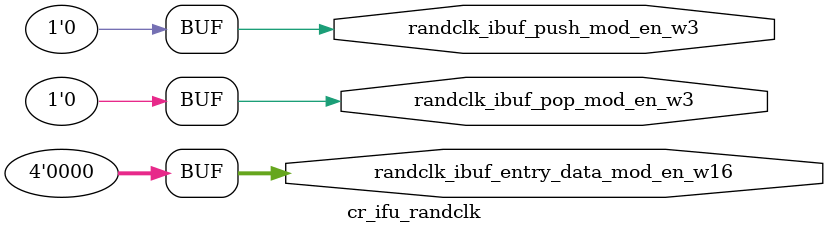
<source format=v>
/*Copyright 2018-2021 T-Head Semiconductor Co., Ltd.

Licensed under the Apache License, Version 2.0 (the "License");
you may not use this file except in compliance with the License.
You may obtain a copy of the License at

    http://www.apache.org/licenses/LICENSE-2.0

Unless required by applicable law or agreed to in writing, software
distributed under the License is distributed on an "AS IS" BASIS,
WITHOUT WARRANTIES OR CONDITIONS OF ANY KIND, either express or implied.
See the License for the specific language governing permissions and
limitations under the License.
*/

// &ModuleBeg; @24
module cr_ifu_randclk(
  randclk_ibuf_entry_data_mod_en_w16,
  randclk_ibuf_pop_mod_en_w3,
  randclk_ibuf_push_mod_en_w3
);

// &Ports; @25
output  [3:0]  randclk_ibuf_entry_data_mod_en_w16; 
output         randclk_ibuf_pop_mod_en_w3;        
output         randclk_ibuf_push_mod_en_w3;       

// &Regs; @26

// &Wires; @27
wire    [3:0]  randclk_ibuf_entry_data_mod_en_w16; 
wire           randclk_ibuf_pop_mod_en_w3;        
wire           randclk_ibuf_push_mod_en_w3;       


// &Force("bus","seu_ifu_randclk_mod_en",31,0); @31

assign randclk_ibuf_push_mod_en_w3             = 1'b0;
assign randclk_ibuf_pop_mod_en_w3              = 1'b0;
assign randclk_ibuf_entry_data_mod_en_w16[3:0] = 4'b0;
//assign randclk_ibuf_acc_err_mod_en_w3          = 1'b0;



// &ModuleEnd; @77
endmodule



</source>
